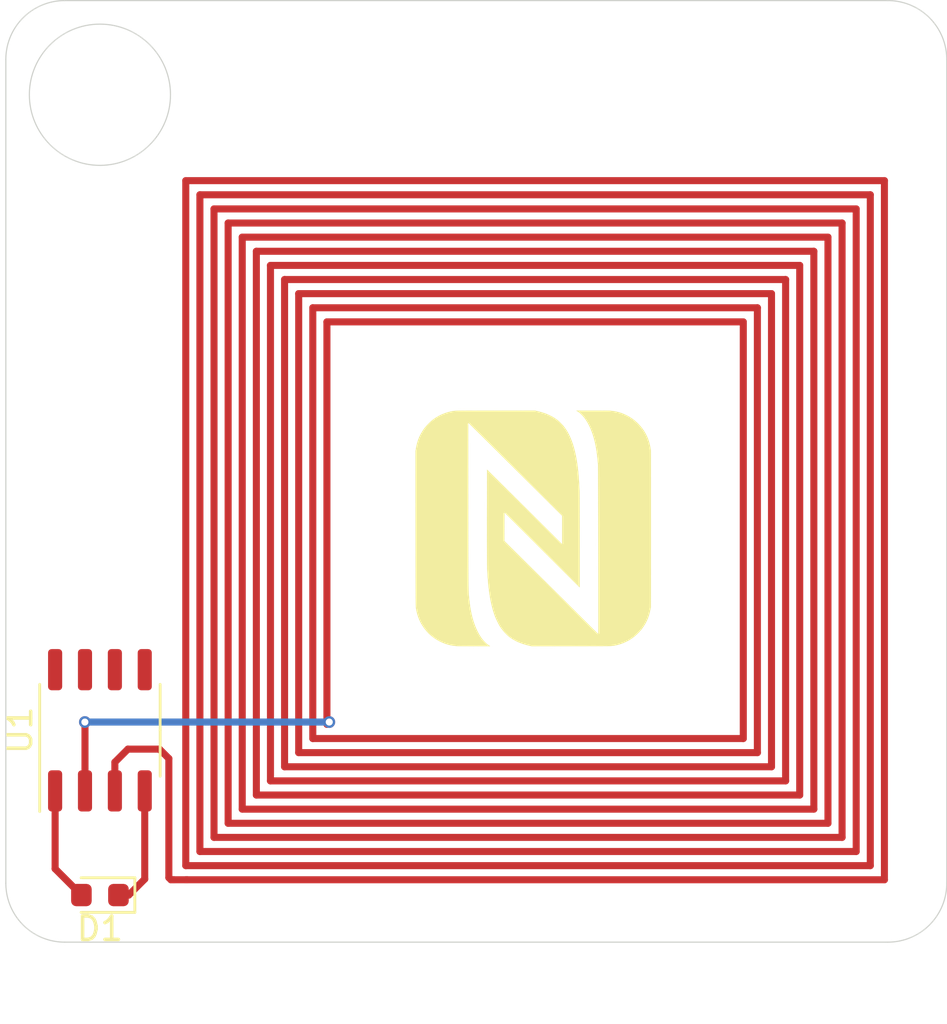
<source format=kicad_pcb>
(kicad_pcb (version 20171130) (host pcbnew "(5.1.9)-1")

  (general
    (thickness 1.6)
    (drawings 9)
    (tracks 17)
    (zones 0)
    (modules 4)
    (nets 9)
  )

  (page A4)
  (layers
    (0 F.Cu signal)
    (31 B.Cu signal)
    (32 B.Adhes user)
    (33 F.Adhes user)
    (34 B.Paste user)
    (35 F.Paste user)
    (36 B.SilkS user)
    (37 F.SilkS user)
    (38 B.Mask user)
    (39 F.Mask user)
    (40 Dwgs.User user)
    (41 Cmts.User user)
    (42 Eco1.User user)
    (43 Eco2.User user)
    (44 Edge.Cuts user)
    (45 Margin user)
    (46 B.CrtYd user)
    (47 F.CrtYd user)
    (48 B.Fab user)
    (49 F.Fab user)
  )

  (setup
    (last_trace_width 0.3)
    (user_trace_width 0.3)
    (trace_clearance 0.2)
    (zone_clearance 0.508)
    (zone_45_only no)
    (trace_min 0.2)
    (via_size 0.8)
    (via_drill 0.4)
    (via_min_size 0.4)
    (via_min_drill 0.3)
    (uvia_size 0.3)
    (uvia_drill 0.1)
    (uvias_allowed no)
    (uvia_min_size 0.2)
    (uvia_min_drill 0.1)
    (edge_width 0.05)
    (segment_width 0.2)
    (pcb_text_width 0.3)
    (pcb_text_size 1.5 1.5)
    (mod_edge_width 0.12)
    (mod_text_size 1 1)
    (mod_text_width 0.15)
    (pad_size 1.524 1.524)
    (pad_drill 0.762)
    (pad_to_mask_clearance 0)
    (aux_axis_origin 0 0)
    (visible_elements 7FFFFFFF)
    (pcbplotparams
      (layerselection 0x010fc_ffffffff)
      (usegerberextensions false)
      (usegerberattributes true)
      (usegerberadvancedattributes true)
      (creategerberjobfile true)
      (excludeedgelayer true)
      (linewidth 0.100000)
      (plotframeref false)
      (viasonmask false)
      (mode 1)
      (useauxorigin false)
      (hpglpennumber 1)
      (hpglpenspeed 20)
      (hpglpendiameter 15.000000)
      (psnegative false)
      (psa4output false)
      (plotreference true)
      (plotvalue true)
      (plotinvisibletext false)
      (padsonsilk false)
      (subtractmaskfromsilk false)
      (outputformat 1)
      (mirror false)
      (drillshape 1)
      (scaleselection 1)
      (outputdirectory ""))
  )

  (net 0 "")
  (net 1 "Net-(D1-Pad2)")
  (net 2 "Net-(D1-Pad1)")
  (net 3 "Net-(U1-Pad8)")
  (net 4 "Net-(U1-Pad7)")
  (net 5 "Net-(U1-Pad6)")
  (net 6 "Net-(U1-Pad5)")
  (net 7 "Net-(AE1-Pad1)")
  (net 8 "Net-(AE1-Pad2)")

  (net_class Default "This is the default net class."
    (clearance 0.2)
    (trace_width 0.25)
    (via_dia 0.8)
    (via_drill 0.4)
    (uvia_dia 0.3)
    (uvia_drill 0.1)
    (add_net "Net-(AE1-Pad1)")
    (add_net "Net-(AE1-Pad2)")
    (add_net "Net-(D1-Pad1)")
    (add_net "Net-(D1-Pad2)")
    (add_net "Net-(U1-Pad5)")
    (add_net "Net-(U1-Pad6)")
    (add_net "Net-(U1-Pad7)")
    (add_net "Net-(U1-Pad8)")
  )

  (module CardV2:NFClogo (layer F.Cu) (tedit 0) (tstamp 601A640E)
    (at 122.5 82.5)
    (fp_text reference G*** (at 0 0) (layer F.SilkS) hide
      (effects (font (size 1.524 1.524) (thickness 0.3)))
    )
    (fp_text value LOGO (at 0.75 0) (layer F.SilkS) hide
      (effects (font (size 1.524 1.524) (thickness 0.3)))
    )
    (fp_poly (pts (xy 0.038679 -5.070032) (xy 0.170635 -5.039074) (xy 0.293984 -5.004824) (xy 0.40986 -4.96688)
      (xy 0.519396 -4.924846) (xy 0.623723 -4.878321) (xy 0.71374 -4.832477) (xy 0.753314 -4.810009)
      (xy 0.797279 -4.783217) (xy 0.842898 -4.753899) (xy 0.887435 -4.723853) (xy 0.928154 -4.694878)
      (xy 0.96012 -4.670531) (xy 0.982032 -4.652007) (xy 1.009145 -4.627413) (xy 1.039927 -4.598288)
      (xy 1.072846 -4.56617) (xy 1.10637 -4.532599) (xy 1.138967 -4.499113) (xy 1.169106 -4.467251)
      (xy 1.195255 -4.438553) (xy 1.215882 -4.414558) (xy 1.220179 -4.409244) (xy 1.295887 -4.306554)
      (xy 1.366924 -4.194844) (xy 1.433289 -4.074122) (xy 1.494979 -3.944391) (xy 1.551992 -3.805658)
      (xy 1.604327 -3.657927) (xy 1.651981 -3.501205) (xy 1.694953 -3.335495) (xy 1.733239 -3.160804)
      (xy 1.764758 -2.98958) (xy 1.780628 -2.891394) (xy 1.795222 -2.792716) (xy 1.808629 -2.692598)
      (xy 1.820938 -2.590091) (xy 1.832236 -2.484244) (xy 1.842613 -2.374108) (xy 1.852156 -2.258734)
      (xy 1.860955 -2.137172) (xy 1.869097 -2.008472) (xy 1.876672 -1.871685) (xy 1.883767 -1.72586)
      (xy 1.88497 -1.69926) (xy 1.885504 -1.682128) (xy 1.886027 -1.65491) (xy 1.886538 -1.617683)
      (xy 1.887038 -1.570522) (xy 1.887525 -1.513501) (xy 1.887999 -1.446696) (xy 1.888461 -1.370182)
      (xy 1.88891 -1.284035) (xy 1.889346 -1.188328) (xy 1.889768 -1.083139) (xy 1.890176 -0.968541)
      (xy 1.89057 -0.84461) (xy 1.890949 -0.711422) (xy 1.891314 -0.56905) (xy 1.891663 -0.417572)
      (xy 1.891997 -0.25706) (xy 1.892316 -0.087592) (xy 1.892618 0.090758) (xy 1.892905 0.277915)
      (xy 1.893109 0.42418) (xy 1.895795 2.4257) (xy 1.614647 2.146226) (xy 1.574667 2.106476)
      (xy 1.528281 2.060344) (xy 1.476282 2.008619) (xy 1.419464 1.952089) (xy 1.358618 1.891544)
      (xy 1.294537 1.827773) (xy 1.228014 1.761563) (xy 1.15984 1.693704) (xy 1.090809 1.624986)
      (xy 1.021714 1.556195) (xy 0.953346 1.488122) (xy 0.886499 1.421555) (xy 0.84074 1.375983)
      (xy 0.787605 1.323069) (xy 0.727895 1.263619) (xy 0.662239 1.198259) (xy 0.591268 1.127616)
      (xy 0.515611 1.052318) (xy 0.435899 0.97299) (xy 0.352761 0.890259) (xy 0.266827 0.804753)
      (xy 0.178727 0.717098) (xy 0.089091 0.62792) (xy -0.001452 0.537847) (xy -0.09227 0.447505)
      (xy -0.182735 0.35752) (xy -0.272215 0.268521) (xy -0.360083 0.181133) (xy -0.445707 0.095983)
      (xy -0.47752 0.064347) (xy -1.30302 -0.756518) (xy -1.305624 0.45974) (xy -1.111282 0.653167)
      (xy -1.092255 0.672088) (xy -1.066336 0.697837) (xy -1.033854 0.730087) (xy -0.995134 0.768515)
      (xy -0.950505 0.812797) (xy -0.900292 0.862609) (xy -0.844823 0.917627) (xy -0.784425 0.977526)
      (xy -0.719425 1.041983) (xy -0.65015 1.110672) (xy -0.576926 1.183271) (xy -0.50008 1.259454)
      (xy -0.41994 1.338898) (xy -0.336833 1.421279) (xy -0.251084 1.506272) (xy -0.163023 1.593554)
      (xy -0.072974 1.682799) (xy 0.018735 1.773685) (xy 0.111776 1.865887) (xy 0.205824 1.95908)
      (xy 0.27432 2.02695) (xy 0.369881 2.121639) (xy 0.46515 2.216044) (xy 0.559772 2.309812)
      (xy 0.653394 2.402594) (xy 0.745661 2.494038) (xy 0.836219 2.583793) (xy 0.924714 2.671508)
      (xy 1.010793 2.756832) (xy 1.094101 2.839415) (xy 1.174284 2.918905) (xy 1.250989 2.994952)
      (xy 1.323861 3.067204) (xy 1.392547 3.135311) (xy 1.456691 3.198921) (xy 1.515942 3.257684)
      (xy 1.569943 3.311249) (xy 1.618342 3.359264) (xy 1.660785 3.401379) (xy 1.696916 3.437243)
      (xy 1.726384 3.466505) (xy 1.7399 3.479934) (xy 1.821185 3.560688) (xy 1.900718 3.639641)
      (xy 1.978194 3.716493) (xy 2.053305 3.79094) (xy 2.125747 3.862684) (xy 2.195213 3.931421)
      (xy 2.261398 3.996851) (xy 2.323996 4.058673) (xy 2.382702 4.116585) (xy 2.437209 4.170286)
      (xy 2.487212 4.219476) (xy 2.532406 4.263851) (xy 2.572483 4.303112) (xy 2.60714 4.336957)
      (xy 2.636069 4.365085) (xy 2.658966 4.387195) (xy 2.675524 4.402984) (xy 2.685437 4.412153)
      (xy 2.688392 4.41452) (xy 2.688652 4.409493) (xy 2.688894 4.394629) (xy 2.689117 4.370248)
      (xy 2.689323 4.336673) (xy 2.689512 4.294226) (xy 2.689683 4.243229) (xy 2.689838 4.184003)
      (xy 2.689977 4.11687) (xy 2.690099 4.042153) (xy 2.690205 3.960173) (xy 2.690296 3.871252)
      (xy 2.690371 3.775712) (xy 2.690431 3.673875) (xy 2.690477 3.566063) (xy 2.690509 3.452598)
      (xy 2.690526 3.333802) (xy 2.69053 3.209996) (xy 2.69052 3.081503) (xy 2.690497 2.948644)
      (xy 2.690461 2.811742) (xy 2.690412 2.671118) (xy 2.690351 2.527094) (xy 2.690279 2.379993)
      (xy 2.690194 2.230135) (xy 2.690099 2.077843) (xy 2.689992 1.92344) (xy 2.689874 1.767246)
      (xy 2.689746 1.609583) (xy 2.689608 1.450775) (xy 2.68946 1.291141) (xy 2.689302 1.131006)
      (xy 2.689136 0.970689) (xy 2.68896 0.810514) (xy 2.688775 0.650803) (xy 2.688583 0.491876)
      (xy 2.688382 0.334056) (xy 2.688173 0.177665) (xy 2.687957 0.023025) (xy 2.687734 -0.129542)
      (xy 2.687504 -0.279714) (xy 2.687267 -0.42717) (xy 2.687024 -0.571588) (xy 2.686775 -0.712645)
      (xy 2.686521 -0.850019) (xy 2.686261 -0.98339) (xy 2.685996 -1.112434) (xy 2.685726 -1.23683)
      (xy 2.685452 -1.356257) (xy 2.685174 -1.470391) (xy 2.684892 -1.578911) (xy 2.684606 -1.681496)
      (xy 2.684317 -1.777823) (xy 2.684025 -1.867571) (xy 2.683731 -1.950417) (xy 2.683434 -2.02604)
      (xy 2.683135 -2.094117) (xy 2.682834 -2.154327) (xy 2.682532 -2.206348) (xy 2.682229 -2.249858)
      (xy 2.682164 -2.25806) (xy 2.681408 -2.34811) (xy 2.680663 -2.428889) (xy 2.679888 -2.501289)
      (xy 2.679043 -2.5662) (xy 2.678088 -2.624512) (xy 2.67698 -2.677115) (xy 2.675681 -2.7249)
      (xy 2.674149 -2.768756) (xy 2.672344 -2.809574) (xy 2.670225 -2.848243) (xy 2.667752 -2.885656)
      (xy 2.664883 -2.9227) (xy 2.661579 -2.960267) (xy 2.657798 -2.999248) (xy 2.653501 -3.040531)
      (xy 2.648646 -3.085007) (xy 2.643193 -3.133568) (xy 2.641579 -3.147788) (xy 2.616693 -3.33979)
      (xy 2.58663 -3.523383) (xy 2.551404 -3.69852) (xy 2.51103 -3.865157) (xy 2.465522 -4.023246)
      (xy 2.414893 -4.172743) (xy 2.359159 -4.313602) (xy 2.298334 -4.445776) (xy 2.232431 -4.56922)
      (xy 2.171602 -4.66852) (xy 2.132779 -4.725786) (xy 2.0948 -4.77687) (xy 2.054981 -4.825121)
      (xy 2.01064 -4.873885) (xy 1.989331 -4.896034) (xy 1.953712 -4.931904) (xy 1.922808 -4.96146)
      (xy 1.894833 -4.986195) (xy 1.867999 -5.007602) (xy 1.840519 -5.027174) (xy 1.810606 -5.046404)
      (xy 1.80571 -5.049405) (xy 1.755529 -5.08) (xy 2.428434 -5.079841) (xy 2.5119 -5.079786)
      (xy 2.593582 -5.079665) (xy 2.672793 -5.079481) (xy 2.748847 -5.079238) (xy 2.821056 -5.078942)
      (xy 2.888735 -5.078597) (xy 2.951196 -5.078206) (xy 3.007753 -5.077775) (xy 3.057718 -5.077307)
      (xy 3.100406 -5.076808) (xy 3.13513 -5.076281) (xy 3.161203 -5.075732) (xy 3.177938 -5.075163)
      (xy 3.18008 -5.075049) (xy 3.311324 -5.062278) (xy 3.441441 -5.039634) (xy 3.569831 -5.007393)
      (xy 3.695892 -4.965828) (xy 3.819023 -4.915214) (xy 3.938623 -4.855825) (xy 4.05409 -4.787936)
      (xy 4.164824 -4.71182) (xy 4.270223 -4.627752) (xy 4.369686 -4.536006) (xy 4.376572 -4.529142)
      (xy 4.471502 -4.427124) (xy 4.557562 -4.320202) (xy 4.634769 -4.208339) (xy 4.703142 -4.091496)
      (xy 4.762697 -3.969639) (xy 4.813454 -3.842729) (xy 4.855429 -3.71073) (xy 4.888641 -3.573605)
      (xy 4.913106 -3.431317) (xy 4.915804 -3.41122) (xy 4.916418 -3.406014) (xy 4.917002 -3.39992)
      (xy 4.917557 -3.392688) (xy 4.918085 -3.384066) (xy 4.918585 -3.373803) (xy 4.919059 -3.361647)
      (xy 4.919507 -3.347348) (xy 4.919931 -3.330653) (xy 4.92033 -3.311312) (xy 4.920707 -3.289072)
      (xy 4.92106 -3.263683) (xy 4.921393 -3.234893) (xy 4.921704 -3.202451) (xy 4.921995 -3.166105)
      (xy 4.922268 -3.125604) (xy 4.922521 -3.080697) (xy 4.922757 -3.031132) (xy 4.922977 -2.976658)
      (xy 4.92318 -2.917023) (xy 4.923368 -2.851977) (xy 4.923541 -2.781266) (xy 4.923701 -2.704642)
      (xy 4.923848 -2.621851) (xy 4.923982 -2.532642) (xy 4.924106 -2.436765) (xy 4.924219 -2.333967)
      (xy 4.924322 -2.223998) (xy 4.924417 -2.106606) (xy 4.924503 -1.981539) (xy 4.924582 -1.848546)
      (xy 4.924655 -1.707376) (xy 4.924722 -1.557778) (xy 4.924784 -1.399499) (xy 4.924842 -1.232289)
      (xy 4.924896 -1.055897) (xy 4.924948 -0.87007) (xy 4.924999 -0.674557) (xy 4.925042 -0.49276)
      (xy 4.925077 -0.319095) (xy 4.925099 -0.146442) (xy 4.925109 0.024846) (xy 4.925107 0.194419)
      (xy 4.925094 0.361925) (xy 4.925069 0.527013) (xy 4.925034 0.689331) (xy 4.924987 0.848529)
      (xy 4.92493 1.004255) (xy 4.924863 1.156158) (xy 4.924786 1.303887) (xy 4.9247 1.447089)
      (xy 4.924604 1.585415) (xy 4.924499 1.718513) (xy 4.924385 1.846031) (xy 4.924263 1.967619)
      (xy 4.924132 2.082925) (xy 4.923994 2.191597) (xy 4.923848 2.293285) (xy 4.923694 2.387637)
      (xy 4.923533 2.474302) (xy 4.923366 2.552929) (xy 4.923192 2.623166) (xy 4.923011 2.684663)
      (xy 4.922825 2.737067) (xy 4.922633 2.780028) (xy 4.922435 2.813195) (xy 4.922427 2.81432)
      (xy 4.919142 3.26898) (xy 4.903248 3.3528) (xy 4.874377 3.485922) (xy 4.839491 3.611562)
      (xy 4.798133 3.730746) (xy 4.749845 3.844495) (xy 4.694168 3.953836) (xy 4.630645 4.059793)
      (xy 4.558818 4.163388) (xy 4.515668 4.219655) (xy 4.489667 4.250854) (xy 4.457727 4.286642)
      (xy 4.421523 4.325335) (xy 4.38273 4.365254) (xy 4.343022 4.404714) (xy 4.304074 4.442036)
      (xy 4.267561 4.475538) (xy 4.235157 4.503537) (xy 4.223808 4.51275) (xy 4.110888 4.59638)
      (xy 3.9951 4.670343) (xy 3.87607 4.73482) (xy 3.753423 4.789994) (xy 3.626786 4.836046)
      (xy 3.495785 4.873158) (xy 3.46964 4.879383) (xy 3.41831 4.890843) (xy 3.373923 4.899781)
      (xy 3.333705 4.906636) (xy 3.294878 4.911845) (xy 3.254668 4.915847) (xy 3.223682 4.918201)
      (xy 3.210682 4.918739) (xy 3.187669 4.919268) (xy 3.154788 4.919786) (xy 3.112185 4.920294)
      (xy 3.060007 4.920791) (xy 2.9984 4.921275) (xy 2.927511 4.921746) (xy 2.847484 4.922205)
      (xy 2.758468 4.922649) (xy 2.660606 4.923078) (xy 2.554047 4.923492) (xy 2.438936 4.923889)
      (xy 2.315419 4.92427) (xy 2.183642 4.924634) (xy 2.043752 4.924979) (xy 1.895895 4.925306)
      (xy 1.740216 4.925613) (xy 1.576863 4.9259) (xy 1.50349 4.926019) (xy -0.14008 4.928602)
      (xy -0.25165 4.902106) (xy -0.376654 4.870249) (xy -0.492731 4.836047) (xy -0.600934 4.799064)
      (xy -0.702317 4.758868) (xy -0.797932 4.715022) (xy -0.88883 4.667091) (xy -0.976066 4.614642)
      (xy -1.023501 4.583277) (xy -1.057653 4.559591) (xy -1.087151 4.538154) (xy -1.113853 4.517392)
      (xy -1.139618 4.495731) (xy -1.166307 4.471595) (xy -1.195779 4.44341) (xy -1.229893 4.409602)
      (xy -1.237066 4.402399) (xy -1.315778 4.319272) (xy -1.386703 4.236151) (xy -1.449231 4.153809)
      (xy -1.50275 4.073019) (xy -1.518683 4.04622) (xy -1.534439 4.017894) (xy -1.553047 3.982799)
      (xy -1.573594 3.9428) (xy -1.595168 3.899765) (xy -1.616857 3.85556) (xy -1.637749 3.812053)
      (xy -1.656933 3.771109) (xy -1.673496 3.734596) (xy -1.686526 3.704381) (xy -1.690694 3.6941)
      (xy -1.736348 3.570869) (xy -1.77872 3.440762) (xy -1.817856 3.303517) (xy -1.853801 3.15887)
      (xy -1.886599 3.00656) (xy -1.916295 2.846323) (xy -1.942935 2.677897) (xy -1.966563 2.501019)
      (xy -1.987224 2.315426) (xy -2.004963 2.120856) (xy -2.019825 1.917046) (xy -2.031855 1.703734)
      (xy -2.032073 1.69926) (xy -2.03369 1.6609) (xy -2.035201 1.614766) (xy -2.036606 1.560741)
      (xy -2.037906 1.498706) (xy -2.039101 1.428543) (xy -2.040191 1.350136) (xy -2.041177 1.263365)
      (xy -2.04206 1.168114) (xy -2.042841 1.064265) (xy -2.043519 0.9517) (xy -2.044096 0.830301)
      (xy -2.044571 0.699951) (xy -2.044946 0.560531) (xy -2.045221 0.411925) (xy -2.045396 0.254013)
      (xy -2.045472 0.08668) (xy -2.04545 -0.090194) (xy -2.04533 -0.276725) (xy -2.045113 -0.473032)
      (xy -2.044799 -0.679232) (xy -2.044388 -0.895443) (xy -2.044265 -0.953727) (xy -2.040775 -2.570393)
      (xy -1.816678 -2.348448) (xy -1.798414 -2.330348) (xy -1.773264 -2.305405) (xy -1.741549 -2.273938)
      (xy -1.70359 -2.236266) (xy -1.659707 -2.192708) (xy -1.610222 -2.143582) (xy -1.555455 -2.089208)
      (xy -1.495728 -2.029903) (xy -1.43136 -1.965987) (xy -1.362674 -1.897778) (xy -1.28999 -1.825596)
      (xy -1.213628 -1.749758) (xy -1.133911 -1.670585) (xy -1.051158 -1.588393) (xy -0.96569 -1.503503)
      (xy -0.877829 -1.416233) (xy -0.787895 -1.326901) (xy -0.696209 -1.235827) (xy -0.603093 -1.14333)
      (xy -0.508866 -1.049727) (xy -0.41385 -0.955338) (xy -0.318366 -0.860481) (xy -0.222735 -0.765476)
      (xy -0.127277 -0.670641) (xy -0.032313 -0.576294) (xy 0.061835 -0.482755) (xy 0.154847 -0.390343)
      (xy 0.246402 -0.299375) (xy 0.336179 -0.210172) (xy 0.423857 -0.123051) (xy 0.509116 -0.038331)
      (xy 0.591633 0.043669) (xy 0.67109 0.12263) (xy 0.747163 0.198233) (xy 0.819534 0.27016)
      (xy 0.88788 0.338092) (xy 0.951882 0.40171) (xy 0.96647 0.416211) (xy 1.15316 0.601795)
      (xy 1.15316 -0.005813) (xy 1.153159 -0.613422) (xy 0.021589 -1.735482) (xy -0.084489 -1.840665)
      (xy -0.191934 -1.947195) (xy -0.300481 -2.05481) (xy -0.409867 -2.16325) (xy -0.519829 -2.272253)
      (xy -0.630102 -2.381559) (xy -0.740424 -2.490905) (xy -0.85053 -2.600033) (xy -0.960158 -2.708679)
      (xy -1.069043 -2.816583) (xy -1.176923 -2.923485) (xy -1.283533 -3.029123) (xy -1.388611 -3.133236)
      (xy -1.491892 -3.235563) (xy -1.593113 -3.335843) (xy -1.69201 -3.433815) (xy -1.788321 -3.529217)
      (xy -1.881781 -3.62179) (xy -1.972128 -3.711272) (xy -2.059096 -3.797401) (xy -2.142424 -3.879918)
      (xy -2.221847 -3.958559) (xy -2.297102 -4.033066) (xy -2.367925 -4.103177) (xy -2.434053 -4.16863)
      (xy -2.495223 -4.229164) (xy -2.55117 -4.284519) (xy -2.601631 -4.334434) (xy -2.646343 -4.378647)
      (xy -2.685042 -4.416898) (xy -2.717465 -4.448924) (xy -2.743348 -4.474467) (xy -2.762428 -4.493263)
      (xy -2.770062 -4.500765) (xy -2.845024 -4.574309) (xy -2.842367 -1.782965) (xy -2.842197 -1.608139)
      (xy -2.842019 -1.433113) (xy -2.841835 -1.258296) (xy -2.841644 -1.084095) (xy -2.841448 -0.91092)
      (xy -2.841248 -0.739177) (xy -2.841042 -0.569276) (xy -2.840833 -0.401625) (xy -2.840621 -0.236631)
      (xy -2.840407 -0.074703) (xy -2.84019 0.083752) (xy -2.839972 0.238323) (xy -2.839754 0.388605)
      (xy -2.839535 0.534188) (xy -2.839317 0.674664) (xy -2.8391 0.809626) (xy -2.838885 0.938664)
      (xy -2.838672 1.061371) (xy -2.838462 1.177339) (xy -2.838256 1.286159) (xy -2.838054 1.387423)
      (xy -2.837856 1.480724) (xy -2.837664 1.565652) (xy -2.837478 1.6418) (xy -2.837298 1.70876)
      (xy -2.837126 1.766122) (xy -2.837062 1.785326) (xy -2.836702 1.891576) (xy -2.836368 1.988291)
      (xy -2.836041 2.076097) (xy -2.835702 2.155617) (xy -2.835333 2.227478) (xy -2.834916 2.292304)
      (xy -2.834432 2.350719) (xy -2.833863 2.40335) (xy -2.83319 2.450821) (xy -2.832394 2.493757)
      (xy -2.831458 2.532783) (xy -2.830362 2.568524) (xy -2.829089 2.601606) (xy -2.82762 2.632652)
      (xy -2.825936 2.662288) (xy -2.824018 2.69114) (xy -2.821849 2.719831) (xy -2.81941 2.748988)
      (xy -2.816683 2.779235) (xy -2.813648 2.811196) (xy -2.810288 2.845498) (xy -2.806583 2.882765)
      (xy -2.803787 2.91084) (xy -2.782693 3.096773) (xy -2.757248 3.273857) (xy -2.727355 3.442465)
      (xy -2.692917 3.602972) (xy -2.65384 3.755755) (xy -2.610027 3.901187) (xy -2.56138 4.039646)
      (xy -2.507806 4.171504) (xy -2.449206 4.297139) (xy -2.447668 4.30022) (xy -2.395409 4.399441)
      (xy -2.342265 4.489631) (xy -2.287457 4.571918) (xy -2.230206 4.647428) (xy -2.169733 4.717291)
      (xy -2.1336 4.754941) (xy -2.092177 4.795117) (xy -2.053976 4.828874) (xy -2.016523 4.858208)
      (xy -1.977347 4.885113) (xy -1.954467 4.899417) (xy -1.937159 4.910147) (xy -1.923739 4.918889)
      (xy -1.916156 4.924353) (xy -1.91516 4.92544) (xy -1.920123 4.925825) (xy -1.934539 4.926158)
      (xy -1.957704 4.926441) (xy -1.988912 4.926677) (xy -2.027457 4.926865) (xy -2.072634 4.927009)
      (xy -2.123736 4.927109) (xy -2.180058 4.927168) (xy -2.240895 4.927186) (xy -2.305541 4.927166)
      (xy -2.37329 4.92711) (xy -2.443436 4.927018) (xy -2.515274 4.926893) (xy -2.588098 4.926736)
      (xy -2.661202 4.926549) (xy -2.733881 4.926334) (xy -2.805429 4.926091) (xy -2.875141 4.925824)
      (xy -2.94231 4.925532) (xy -3.006231 4.925219) (xy -3.066199 4.924886) (xy -3.121507 4.924534)
      (xy -3.17145 4.924165) (xy -3.215323 4.92378) (xy -3.252419 4.923382) (xy -3.282033 4.922972)
      (xy -3.30346 4.922551) (xy -3.314894 4.922178) (xy -3.445392 4.911029) (xy -3.574625 4.89002)
      (xy -3.702813 4.859091) (xy -3.830177 4.818179) (xy -3.95694 4.767225) (xy -4.068462 4.713878)
      (xy -4.186697 4.647399) (xy -4.299778 4.572319) (xy -4.4072 4.489072) (xy -4.508456 4.398091)
      (xy -4.603043 4.299809) (xy -4.690454 4.194659) (xy -4.72029 4.154904) (xy -4.794411 4.045756)
      (xy -4.859839 3.93313) (xy -4.916808 3.816437) (xy -4.96555 3.695088) (xy -5.006297 3.568492)
      (xy -5.039284 3.436062) (xy -5.064741 3.297206) (xy -5.068173 3.27406) (xy -5.068757 3.269587)
      (xy -5.069315 3.264332) (xy -5.069848 3.25806) (xy -5.070356 3.250538) (xy -5.070841 3.241533)
      (xy -5.071302 3.230812) (xy -5.071741 3.218142) (xy -5.072159 3.203288) (xy -5.072556 3.186018)
      (xy -5.072932 3.166099) (xy -5.073289 3.143296) (xy -5.073628 3.117377) (xy -5.073948 3.088109)
      (xy -5.074251 3.055258) (xy -5.074538 3.01859) (xy -5.074809 2.977874) (xy -5.075064 2.932874)
      (xy -5.075306 2.883358) (xy -5.075533 2.829093) (xy -5.075748 2.769845) (xy -5.075951 2.70538)
      (xy -5.076142 2.635467) (xy -5.076323 2.559871) (xy -5.076493 2.478358) (xy -5.076654 2.390696)
      (xy -5.076807 2.296652) (xy -5.076951 2.195992) (xy -5.077089 2.088482) (xy -5.07722 1.97389)
      (xy -5.077346 1.851982) (xy -5.077466 1.722524) (xy -5.077583 1.585284) (xy -5.077695 1.440028)
      (xy -5.077805 1.286523) (xy -5.077913 1.124535) (xy -5.07802 0.953832) (xy -5.078126 0.774179)
      (xy -5.078232 0.585344) (xy -5.078339 0.387093) (xy -5.078448 0.179193) (xy -5.078559 -0.038589)
      (xy -5.07858 -0.081045) (xy -5.080233 -3.375189) (xy -5.062221 -3.477025) (xy -5.041182 -3.585099)
      (xy -5.017504 -3.685037) (xy -4.99051 -3.77867) (xy -4.959525 -3.86783) (xy -4.923871 -3.954349)
      (xy -4.882873 -4.040058) (xy -4.835854 -4.12679) (xy -4.799913 -4.187587) (xy -4.768416 -4.238135)
      (xy -4.738823 -4.282905) (xy -4.709593 -4.323855) (xy -4.679185 -4.362939) (xy -4.646057 -4.402115)
      (xy -4.60867 -4.443338) (xy -4.565481 -4.488563) (xy -4.55168 -4.502677) (xy -4.521842 -4.532774)
      (xy -4.49183 -4.562523) (xy -4.463045 -4.590574) (xy -4.43689 -4.615574) (xy -4.414767 -4.636172)
      (xy -4.398077 -4.651015) (xy -4.396079 -4.652704) (xy -4.298286 -4.728327) (xy -4.193051 -4.798084)
      (xy -4.081604 -4.861404) (xy -3.96517 -4.917718) (xy -3.844979 -4.966457) (xy -3.722259 -5.007053)
      (xy -3.598236 -5.038936) (xy -3.53568 -5.051512) (xy -3.523443 -5.053782) (xy -3.512253 -5.055909)
      (xy -3.50177 -5.057898) (xy -3.491652 -5.059755) (xy -3.481557 -5.061483) (xy -3.471145 -5.06309)
      (xy -3.460073 -5.064578) (xy -3.447999 -5.065954) (xy -3.434583 -5.067222) (xy -3.419483 -5.068388)
      (xy -3.402357 -5.069456) (xy -3.382864 -5.070431) (xy -3.360662 -5.071319) (xy -3.33541 -5.072125)
      (xy -3.306765 -5.072852) (xy -3.274388 -5.073508) (xy -3.237935 -5.074096) (xy -3.197065 -5.074621)
      (xy -3.151438 -5.07509) (xy -3.100711 -5.075505) (xy -3.044543 -5.075874) (xy -2.982592 -5.0762)
      (xy -2.914517 -5.076488) (xy -2.839976 -5.076745) (xy -2.758627 -5.076974) (xy -2.67013 -5.077181)
      (xy -2.574143 -5.077371) (xy -2.470323 -5.077548) (xy -2.35833 -5.077718) (xy -2.237822 -5.077886)
      (xy -2.108457 -5.078057) (xy -1.969895 -5.078236) (xy -1.821792 -5.078428) (xy -1.693601 -5.078597)
      (xy -0.011542 -5.080852) (xy 0.038679 -5.070032)) (layer F.SilkS) (width 0.01))
  )

  (module CardV2:NFC-Antenna_11_30.0x30.0_0.3x0.3mm (layer F.Cu) (tedit 6019EFC8) (tstamp 601A6156)
    (at 122.5 82.5)
    (path /601953AF)
    (fp_text reference AE1 (at 0 20) (layer Dwgs.User)
      (effects (font (size 1.27 1.27) (thickness 0.15)))
    )
    (fp_text value Antenna_Loop (at 0 17.5) (layer Dwgs.User)
      (effects (font (size 1.27 1.27) (thickness 0.15)))
    )
    (fp_line (start -14.85 14.85) (end 14.85 14.85) (layer F.Cu) (width 0.3))
    (fp_line (start 14.85 14.85) (end 14.85 -14.85) (layer F.Cu) (width 0.3))
    (fp_line (start 14.85 -14.85) (end -14.85 -14.85) (layer F.Cu) (width 0.3))
    (fp_line (start -14.85 -14.85) (end -14.85 14.25) (layer F.Cu) (width 0.3))
    (fp_line (start -14.85 14.25) (end 14.25 14.25) (layer F.Cu) (width 0.3))
    (fp_line (start 14.25 14.25) (end 14.25 -14.25) (layer F.Cu) (width 0.3))
    (fp_line (start 14.25 -14.25) (end -14.25 -14.25) (layer F.Cu) (width 0.3))
    (fp_line (start -14.25 -14.25) (end -14.25 13.65) (layer F.Cu) (width 0.3))
    (fp_line (start -14.25 13.65) (end 13.65 13.65) (layer F.Cu) (width 0.3))
    (fp_line (start 13.65 13.65) (end 13.65 -13.65) (layer F.Cu) (width 0.3))
    (fp_line (start 13.65 -13.65) (end -13.65 -13.65) (layer F.Cu) (width 0.3))
    (fp_line (start -13.65 -13.65) (end -13.65 13.05) (layer F.Cu) (width 0.3))
    (fp_line (start -13.65 13.05) (end 13.05 13.05) (layer F.Cu) (width 0.3))
    (fp_line (start 13.05 13.05) (end 13.05 -13.05) (layer F.Cu) (width 0.3))
    (fp_line (start 13.05 -13.05) (end -13.05 -13.05) (layer F.Cu) (width 0.3))
    (fp_line (start -13.05 -13.05) (end -13.05 12.45) (layer F.Cu) (width 0.3))
    (fp_line (start -13.05 12.45) (end 12.45 12.45) (layer F.Cu) (width 0.3))
    (fp_line (start 12.45 12.45) (end 12.45 -12.45) (layer F.Cu) (width 0.3))
    (fp_line (start 12.45 -12.45) (end -12.45 -12.45) (layer F.Cu) (width 0.3))
    (fp_line (start -12.45 -12.45) (end -12.45 11.85) (layer F.Cu) (width 0.3))
    (fp_line (start -12.45 11.85) (end 11.85 11.85) (layer F.Cu) (width 0.3))
    (fp_line (start 11.85 11.85) (end 11.85 -11.85) (layer F.Cu) (width 0.3))
    (fp_line (start 11.85 -11.85) (end -11.85 -11.85) (layer F.Cu) (width 0.3))
    (fp_line (start -11.85 -11.85) (end -11.85 11.25) (layer F.Cu) (width 0.3))
    (fp_line (start -11.85 11.25) (end 11.25 11.25) (layer F.Cu) (width 0.3))
    (fp_line (start 11.25 11.25) (end 11.25 -11.25) (layer F.Cu) (width 0.3))
    (fp_line (start 11.25 -11.25) (end -11.25 -11.25) (layer F.Cu) (width 0.3))
    (fp_line (start -11.25 -11.25) (end -11.25 10.65) (layer F.Cu) (width 0.3))
    (fp_line (start -11.25 10.65) (end 10.65 10.65) (layer F.Cu) (width 0.3))
    (fp_line (start 10.65 10.65) (end 10.65 -10.65) (layer F.Cu) (width 0.3))
    (fp_line (start 10.65 -10.65) (end -10.65 -10.65) (layer F.Cu) (width 0.3))
    (fp_line (start -10.65 -10.65) (end -10.65 10.05) (layer F.Cu) (width 0.3))
    (fp_line (start -10.65 10.05) (end 10.05 10.05) (layer F.Cu) (width 0.3))
    (fp_line (start 10.05 10.05) (end 10.05 -10.05) (layer F.Cu) (width 0.3))
    (fp_line (start 10.05 -10.05) (end -10.05 -10.05) (layer F.Cu) (width 0.3))
    (fp_line (start -10.05 -10.05) (end -10.05 9.45) (layer F.Cu) (width 0.3))
    (fp_line (start -10.05 9.45) (end 9.45 9.45) (layer F.Cu) (width 0.3))
    (fp_line (start 9.45 9.45) (end 9.45 -9.45) (layer F.Cu) (width 0.3))
    (fp_line (start 9.45 -9.45) (end -9.45 -9.45) (layer F.Cu) (width 0.3))
    (fp_line (start -9.45 -9.45) (end -9.45 8.85) (layer F.Cu) (width 0.3))
    (fp_line (start -9.45 8.85) (end 8.85 8.85) (layer F.Cu) (width 0.3))
    (fp_line (start 8.85 8.85) (end 8.85 -8.85) (layer F.Cu) (width 0.3))
    (fp_line (start 8.85 -8.85) (end -8.85 -8.85) (layer F.Cu) (width 0.3))
    (fp_line (start -8.85 -8.85) (end -8.85 8.25) (layer F.Cu) (width 0.3))
    (pad 2 thru_hole circle (at -8.75 8.15) (size 0.5 0.5) (drill 0.3) (layers *.Cu)
      (net 8 "Net-(AE1-Pad2)"))
    (pad 1 smd rect (at -15.1 14.85) (size 0.7 0.3) (layers F.Cu)
      (net 7 "Net-(AE1-Pad1)"))
  )

  (module Package_SO:SO-8_3.9x4.9mm_P1.27mm (layer F.Cu) (tedit 5D9F72B1) (tstamp 60195EAC)
    (at 104 91 90)
    (descr "SO, 8 Pin (https://www.nxp.com/docs/en/data-sheet/PCF8523.pdf), generated with kicad-footprint-generator ipc_gullwing_generator.py")
    (tags "SO SO")
    (path /60195CD3)
    (attr smd)
    (fp_text reference U1 (at 0 -3.4 90) (layer F.SilkS)
      (effects (font (size 1 1) (thickness 0.15)))
    )
    (fp_text value M24LR04E-R (at 0 3.4 90) (layer F.Fab)
      (effects (font (size 1 1) (thickness 0.15)))
    )
    (fp_line (start 3.7 -2.7) (end -3.7 -2.7) (layer F.CrtYd) (width 0.05))
    (fp_line (start 3.7 2.7) (end 3.7 -2.7) (layer F.CrtYd) (width 0.05))
    (fp_line (start -3.7 2.7) (end 3.7 2.7) (layer F.CrtYd) (width 0.05))
    (fp_line (start -3.7 -2.7) (end -3.7 2.7) (layer F.CrtYd) (width 0.05))
    (fp_line (start -1.95 -1.475) (end -0.975 -2.45) (layer F.Fab) (width 0.1))
    (fp_line (start -1.95 2.45) (end -1.95 -1.475) (layer F.Fab) (width 0.1))
    (fp_line (start 1.95 2.45) (end -1.95 2.45) (layer F.Fab) (width 0.1))
    (fp_line (start 1.95 -2.45) (end 1.95 2.45) (layer F.Fab) (width 0.1))
    (fp_line (start -0.975 -2.45) (end 1.95 -2.45) (layer F.Fab) (width 0.1))
    (fp_line (start 0 -2.56) (end -3.45 -2.56) (layer F.SilkS) (width 0.12))
    (fp_line (start 0 -2.56) (end 1.95 -2.56) (layer F.SilkS) (width 0.12))
    (fp_line (start 0 2.56) (end -1.95 2.56) (layer F.SilkS) (width 0.12))
    (fp_line (start 0 2.56) (end 1.95 2.56) (layer F.SilkS) (width 0.12))
    (fp_text user %R (at 0 0 90) (layer F.Fab)
      (effects (font (size 0.98 0.98) (thickness 0.15)))
    )
    (pad 8 smd roundrect (at 2.575 -1.905 90) (size 1.75 0.6) (layers F.Cu F.Paste F.Mask) (roundrect_rratio 0.25)
      (net 3 "Net-(U1-Pad8)"))
    (pad 7 smd roundrect (at 2.575 -0.635 90) (size 1.75 0.6) (layers F.Cu F.Paste F.Mask) (roundrect_rratio 0.25)
      (net 4 "Net-(U1-Pad7)"))
    (pad 6 smd roundrect (at 2.575 0.635 90) (size 1.75 0.6) (layers F.Cu F.Paste F.Mask) (roundrect_rratio 0.25)
      (net 5 "Net-(U1-Pad6)"))
    (pad 5 smd roundrect (at 2.575 1.905 90) (size 1.75 0.6) (layers F.Cu F.Paste F.Mask) (roundrect_rratio 0.25)
      (net 6 "Net-(U1-Pad5)"))
    (pad 4 smd roundrect (at -2.575 1.905 90) (size 1.75 0.6) (layers F.Cu F.Paste F.Mask) (roundrect_rratio 0.25)
      (net 2 "Net-(D1-Pad1)"))
    (pad 3 smd roundrect (at -2.575 0.635 90) (size 1.75 0.6) (layers F.Cu F.Paste F.Mask) (roundrect_rratio 0.25)
      (net 7 "Net-(AE1-Pad1)"))
    (pad 2 smd roundrect (at -2.575 -0.635 90) (size 1.75 0.6) (layers F.Cu F.Paste F.Mask) (roundrect_rratio 0.25)
      (net 8 "Net-(AE1-Pad2)"))
    (pad 1 smd roundrect (at -2.575 -1.905 90) (size 1.75 0.6) (layers F.Cu F.Paste F.Mask) (roundrect_rratio 0.25)
      (net 1 "Net-(D1-Pad2)"))
    (model ${KISYS3DMOD}/Package_SO.3dshapes/SO-8_3.9x4.9mm_P1.27mm.wrl
      (at (xyz 0 0 0))
      (scale (xyz 1 1 1))
      (rotate (xyz 0 0 0))
    )
  )

  (module LED_SMD:LED_0603_1608Metric (layer F.Cu) (tedit 5F68FEF1) (tstamp 601960C5)
    (at 104 98 180)
    (descr "LED SMD 0603 (1608 Metric), square (rectangular) end terminal, IPC_7351 nominal, (Body size source: http://www.tortai-tech.com/upload/download/2011102023233369053.pdf), generated with kicad-footprint-generator")
    (tags LED)
    (path /60197084)
    (attr smd)
    (fp_text reference D1 (at 0 -1.43) (layer F.SilkS)
      (effects (font (size 1 1) (thickness 0.15)))
    )
    (fp_text value LED (at 0 1.43) (layer F.Fab)
      (effects (font (size 1 1) (thickness 0.15)))
    )
    (fp_line (start 1.48 0.73) (end -1.48 0.73) (layer F.CrtYd) (width 0.05))
    (fp_line (start 1.48 -0.73) (end 1.48 0.73) (layer F.CrtYd) (width 0.05))
    (fp_line (start -1.48 -0.73) (end 1.48 -0.73) (layer F.CrtYd) (width 0.05))
    (fp_line (start -1.48 0.73) (end -1.48 -0.73) (layer F.CrtYd) (width 0.05))
    (fp_line (start -1.485 0.735) (end 0.8 0.735) (layer F.SilkS) (width 0.12))
    (fp_line (start -1.485 -0.735) (end -1.485 0.735) (layer F.SilkS) (width 0.12))
    (fp_line (start 0.8 -0.735) (end -1.485 -0.735) (layer F.SilkS) (width 0.12))
    (fp_line (start 0.8 0.4) (end 0.8 -0.4) (layer F.Fab) (width 0.1))
    (fp_line (start -0.8 0.4) (end 0.8 0.4) (layer F.Fab) (width 0.1))
    (fp_line (start -0.8 -0.1) (end -0.8 0.4) (layer F.Fab) (width 0.1))
    (fp_line (start -0.5 -0.4) (end -0.8 -0.1) (layer F.Fab) (width 0.1))
    (fp_line (start 0.8 -0.4) (end -0.5 -0.4) (layer F.Fab) (width 0.1))
    (fp_text user %R (at 0 0) (layer F.Fab)
      (effects (font (size 0.4 0.4) (thickness 0.06)))
    )
    (pad 2 smd roundrect (at 0.7875 0 180) (size 0.875 0.95) (layers F.Cu F.Paste F.Mask) (roundrect_rratio 0.25)
      (net 1 "Net-(D1-Pad2)"))
    (pad 1 smd roundrect (at -0.7875 0 180) (size 0.875 0.95) (layers F.Cu F.Paste F.Mask) (roundrect_rratio 0.25)
      (net 2 "Net-(D1-Pad1)"))
    (model ${KISYS3DMOD}/LED_SMD.3dshapes/LED_0603_1608Metric.wrl
      (at (xyz 0 0 0))
      (scale (xyz 1 1 1))
      (rotate (xyz 0 0 0))
    )
  )

  (gr_line (start 100 62.5) (end 100 97.5) (layer Edge.Cuts) (width 0.05) (tstamp 6019E651))
  (gr_line (start 137.5 60) (end 102.5 60) (layer Edge.Cuts) (width 0.05) (tstamp 6019E650))
  (gr_line (start 140 97.5) (end 140 62.5) (layer Edge.Cuts) (width 0.05) (tstamp 6019E64F))
  (gr_line (start 102.5 100) (end 137.5 100) (layer Edge.Cuts) (width 0.05) (tstamp 6019E64E))
  (gr_arc (start 102.5 97.5) (end 100 97.5) (angle -90) (layer Edge.Cuts) (width 0.05))
  (gr_arc (start 137.5 97.5) (end 137.5 100) (angle -90) (layer Edge.Cuts) (width 0.05))
  (gr_arc (start 137.5 62.5) (end 140 62.5) (angle -90) (layer Edge.Cuts) (width 0.05))
  (gr_arc (start 102.5 62.5) (end 102.5 60) (angle -90) (layer Edge.Cuts) (width 0.05))
  (gr_circle (center 104 64) (end 107 64) (layer Edge.Cuts) (width 0.05))

  (segment (start 102.095 96.8825) (end 102.095 93.575) (width 0.3) (layer F.Cu) (net 1))
  (segment (start 103.2125 98) (end 102.095 96.8825) (width 0.3) (layer F.Cu) (net 1))
  (segment (start 105.905 97.32) (end 105.905 93.575) (width 0.3) (layer F.Cu) (net 2))
  (segment (start 105.225 98) (end 105.905 97.32) (width 0.3) (layer F.Cu) (net 2))
  (segment (start 104.7875 98) (end 105.225 98) (width 0.3) (layer F.Cu) (net 2))
  (segment (start 106.93 97.26) (end 107.02 97.35) (width 0.3) (layer F.Cu) (net 7))
  (segment (start 106.93 92.2) (end 106.93 97.26) (width 0.3) (layer F.Cu) (net 7))
  (segment (start 106.53 91.8) (end 106.93 92.2) (width 0.3) (layer F.Cu) (net 7))
  (segment (start 107.02 97.35) (end 107.14999 97.35) (width 0.3) (layer F.Cu) (net 7))
  (segment (start 105.19 91.8) (end 106.53 91.8) (width 0.3) (layer F.Cu) (net 7))
  (segment (start 104.635 92.355) (end 105.19 91.8) (width 0.3) (layer F.Cu) (net 7))
  (segment (start 104.635 93.575) (end 104.635 92.355) (width 0.3) (layer F.Cu) (net 7))
  (segment (start 113.75 90.65) (end 103.36 90.65) (width 0.3) (layer B.Cu) (net 8))
  (segment (start 103.36 90.65) (end 103.36 90.65) (width 0.3) (layer B.Cu) (net 8) (tstamp 601A5C9A))
  (via blind (at 103.36 90.65) (size 0.5) (drill 0.3) (layers F.Cu B.Cu) (net 8))
  (segment (start 103.365 90.655) (end 103.36 90.65) (width 0.3) (layer F.Cu) (net 8))
  (segment (start 103.365 93.575) (end 103.365 90.655) (width 0.3) (layer F.Cu) (net 8))

)

</source>
